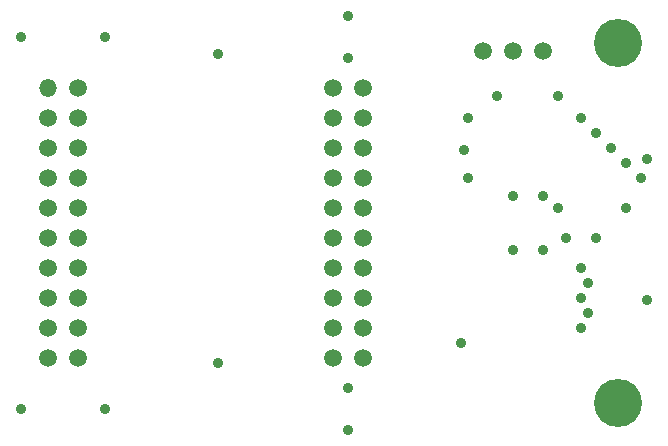
<source format=gbs>
G04 (created by PCBNEW (2013-may-18)-stable) date Wed 29 Apr 2015 08:57:56 PM CEST*
%MOIN*%
G04 Gerber Fmt 3.4, Leading zero omitted, Abs format*
%FSLAX34Y34*%
G01*
G70*
G90*
G04 APERTURE LIST*
%ADD10C,0.00590551*%
%ADD11C,0.0590551*%
%ADD12O,0.0590551X0.0590551*%
%ADD13C,0.16*%
%ADD14C,0.035*%
G04 APERTURE END LIST*
G54D10*
G54D11*
X42000Y-16250D03*
X41000Y-16250D03*
X40000Y-16250D03*
X35000Y-17500D03*
X36000Y-17500D03*
X35000Y-18500D03*
X36000Y-18500D03*
X35000Y-19500D03*
X36000Y-19500D03*
X35000Y-20500D03*
X36000Y-20500D03*
X35000Y-21500D03*
X36000Y-21500D03*
X35000Y-22500D03*
X36000Y-22500D03*
X35000Y-23500D03*
X36000Y-23500D03*
X35000Y-24500D03*
X36000Y-24500D03*
X35000Y-25500D03*
X36000Y-25500D03*
X35000Y-26500D03*
X36000Y-26500D03*
G54D12*
X25500Y-17500D03*
G54D11*
X26500Y-17500D03*
X25500Y-18500D03*
X26500Y-18500D03*
X25500Y-19500D03*
X26500Y-19500D03*
X25500Y-20500D03*
X26500Y-20500D03*
X25500Y-21500D03*
X26500Y-21500D03*
X25500Y-22500D03*
X26500Y-22500D03*
X25500Y-23500D03*
X26500Y-23500D03*
X25500Y-24500D03*
X26500Y-24500D03*
X25500Y-25500D03*
X26500Y-25500D03*
X25500Y-26500D03*
X26500Y-26500D03*
G54D13*
X44500Y-16000D03*
X44500Y-28000D03*
G54D14*
X31150Y-16350D03*
X31150Y-26650D03*
X45450Y-19850D03*
X45450Y-24550D03*
X41000Y-21100D03*
X41000Y-22900D03*
X42500Y-17750D03*
X39350Y-19550D03*
X40450Y-17750D03*
X42000Y-22900D03*
X42000Y-21100D03*
X35500Y-27500D03*
X35500Y-28900D03*
X35500Y-16500D03*
X35500Y-15100D03*
X24600Y-15800D03*
X27400Y-15800D03*
X39250Y-26000D03*
X24600Y-28200D03*
X27400Y-28200D03*
X39500Y-20500D03*
X45250Y-20500D03*
X43250Y-25500D03*
X43500Y-24000D03*
X43750Y-22500D03*
X42750Y-22500D03*
X43750Y-19000D03*
X43500Y-25000D03*
X44750Y-21500D03*
X42500Y-21500D03*
X44750Y-20000D03*
X43250Y-24500D03*
X44250Y-19500D03*
X43250Y-18500D03*
X43250Y-23500D03*
X39500Y-18500D03*
M02*

</source>
